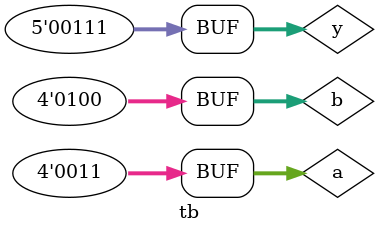
<source format=sv>


/*
  task add (input bit [3:0] a, input bit [3:0] b, output bit [4:0] y);
    y = a + b;
  endtask
  
    bit [3:0] a,b;
    bit [4:0] y;
  
  initial begin
    a = 7;
    b= 7;
    add(a,b,y);
    $display("value of y :%0d",y);
  end
*/


//2. But when the variables are declared prior task, then no arguments are required.
/*
    bit [3:0] a,b;
    bit [4:0] y;
    
  task add ();
    y = a + b;
  endtask
  
  initial begin
    a = 7;
    b= 7;
    add(a,b,y);
    $display("value of y :%0d",y);
  end
*/


module tb;
  bit [3:0] a,b;
  bit [4:0] y;
  
  task add();
    y = a+b;
  endtask
  
  task stimuli();
    a = 1;
    b = 2;
    add();
    #10;
    
    a = 2;
    b = 2;
    add();
    #10;
    
    a = 3;
    b = 4;
    add();
    #10;
  endtask
  
  initial begin
    $monitor("a = %0d, b = %0d, c = %0d",a,b,y);
    stimuli();
  end
endmodule
// a = 1, b = 2, c = 3
// a = 2, b = 2, c = 4
// a = 3, b = 4, c = 7

</source>
